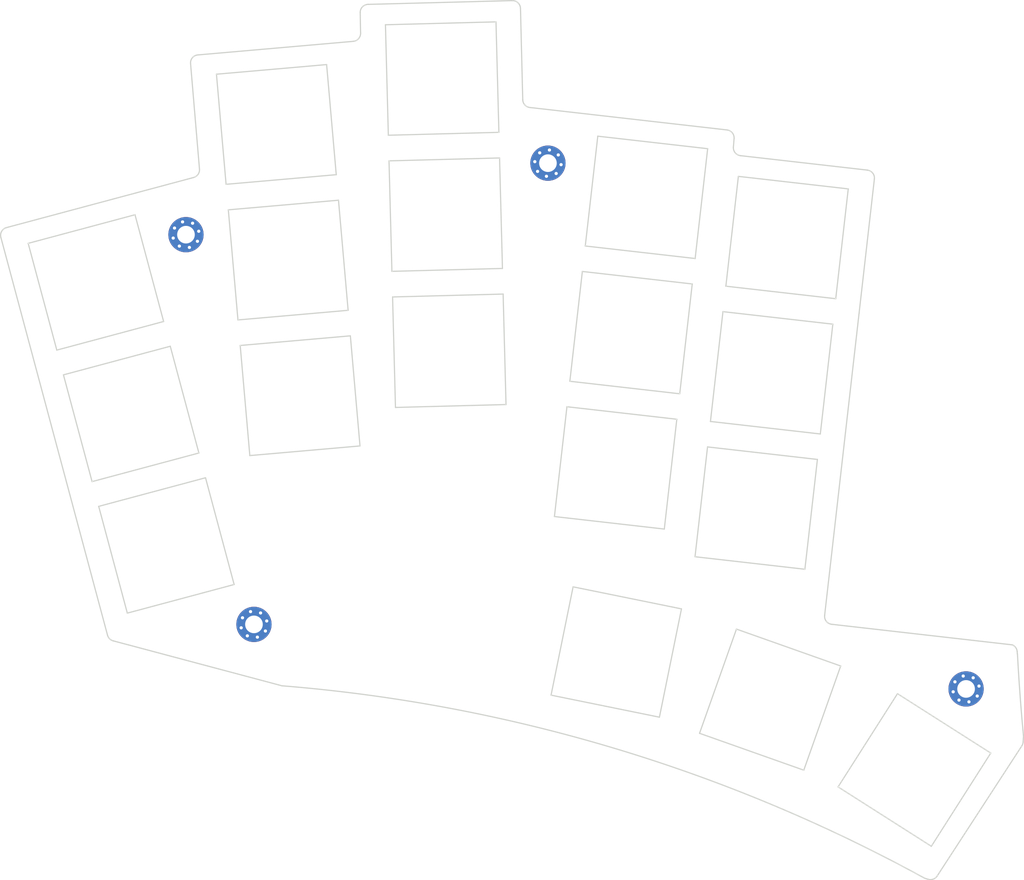
<source format=kicad_pcb>
(kicad_pcb (version 20240108) (generator "pcbnew") (generator_version "8.0")
  (title_block (title "platepcb") (rev "v1.0.0") (company "Unknown"))
  (layers (0 "F.Cu" signal) (31 "B.Cu" signal) (34 "B.Paste" user) (35 "F.Paste" user) (36 "B.SilkS" user "B.Silkscreen") (37 "F.SilkS" user "F.Silkscreen") (38 "B.Mask" user) (39 "F.Mask" user) (44 "Edge.Cuts" user))
  (net 0 "")
  (footprint "MountingHole_2.2mm_M2_Pad_Via" (layer "F.Cu") (at 152.439998 111.196277 15)
    (property "Reference" "_1" (hide yes))
    (property "Value" "")
    (pad "1" thru_hole circle (at -1.65 -0.000001) (size 0.7 0.7) (drill 0.4) (layers "*.Cu" "*.Mask"))
    (pad "1" thru_hole circle (at -1.166726 -1.166726) (size 0.7 0.7) (drill 0.4) (layers "*.Cu" "*.Mask"))
    (pad "1" thru_hole circle (at -1.166726 1.166726) (size 0.7 0.7) (drill 0.4) (layers "*.Cu" "*.Mask"))
    (pad "1" thru_hole circle (at -0.000001 1.65) (size 0.7 0.7) (drill 0.4) (layers "*.Cu" "*.Mask"))
    (pad "1" thru_hole circle (at 0 0) (size 4.4 4.4) (drill 2.2) (layers "*.Cu" "*.Mask"))
    (pad "1" thru_hole circle (at 0.000001 -1.65) (size 0.7 0.7) (drill 0.4) (layers "*.Cu" "*.Mask"))
    (pad "1" thru_hole circle (at 1.166726 -1.166726) (size 0.7 0.7) (drill 0.4) (layers "*.Cu" "*.Mask"))
    (pad "1" thru_hole circle (at 1.166726 1.166726) (size 0.7 0.7) (drill 0.4) (layers "*.Cu" "*.Mask"))
    (pad "1" thru_hole circle (at 1.65 0.000001) (size 0.7 0.7) (drill 0.4) (layers "*.Cu" "*.Mask"))
  )
  (footprint "MountingHole_2.2mm_M2_Pad_Via" (layer "F.Cu") (at 160.923822 159.858632 15)
    (property "Reference" "_2" (hide yes))
    (property "Value" "")
    (pad "1" thru_hole circle (at -1.65 -0.000001) (size 0.7 0.7) (drill 0.4) (layers "*.Cu" "*.Mask"))
    (pad "1" thru_hole circle (at -1.166726 -1.166726) (size 0.7 0.7) (drill 0.4) (layers "*.Cu" "*.Mask"))
    (pad "1" thru_hole circle (at -1.166726 1.166726) (size 0.7 0.7) (drill 0.4) (layers "*.Cu" "*.Mask"))
    (pad "1" thru_hole circle (at -0.000001 1.65) (size 0.7 0.7) (drill 0.4) (layers "*.Cu" "*.Mask"))
    (pad "1" thru_hole circle (at 0 0) (size 4.4 4.4) (drill 2.2) (layers "*.Cu" "*.Mask"))
    (pad "1" thru_hole circle (at 0.000001 -1.65) (size 0.7 0.7) (drill 0.4) (layers "*.Cu" "*.Mask"))
    (pad "1" thru_hole circle (at 1.166726 -1.166726) (size 0.7 0.7) (drill 0.4) (layers "*.Cu" "*.Mask"))
    (pad "1" thru_hole circle (at 1.166726 1.166726) (size 0.7 0.7) (drill 0.4) (layers "*.Cu" "*.Mask"))
    (pad "1" thru_hole circle (at 1.65 0.000001) (size 0.7 0.7) (drill 0.4) (layers "*.Cu" "*.Mask"))
  )
  (footprint "MountingHole_2.2mm_M2_Pad_Via" (layer "F.Cu") (at 197.61012 102.267602 -6.5)
    (property "Reference" "_4" (hide yes))
    (property "Value" "")
    (pad "1" thru_hole circle (at -1.65 0) (size 0.7 0.7) (drill 0.4) (layers "*.Cu" "*.Mask"))
    (pad "1" thru_hole circle (at -1.166726 -1.166726) (size 0.7 0.7) (drill 0.4) (layers "*.Cu" "*.Mask"))
    (pad "1" thru_hole circle (at -1.166726 1.166726) (size 0.7 0.7) (drill 0.4) (layers "*.Cu" "*.Mask"))
    (pad "1" thru_hole circle (at 0 -1.65) (size 0.7 0.7) (drill 0.4) (layers "*.Cu" "*.Mask"))
    (pad "1" thru_hole circle (at 0 0) (size 4.4 4.4) (drill 2.2) (layers "*.Cu" "*.Mask"))
    (pad "1" thru_hole circle (at 0 1.65) (size 0.7 0.7) (drill 0.4) (layers "*.Cu" "*.Mask"))
    (pad "1" thru_hole circle (at 1.166726 -1.166726) (size 0.7 0.7) (drill 0.4) (layers "*.Cu" "*.Mask"))
    (pad "1" thru_hole circle (at 1.166726 1.166726) (size 0.7 0.7) (drill 0.4) (layers "*.Cu" "*.Mask"))
    (pad "1" thru_hole circle (at 1.65 0) (size 0.7 0.7) (drill 0.4) (layers "*.Cu" "*.Mask"))
  )
  (footprint "MountingHole_2.2mm_M2_Pad_Via" (layer "F.Cu") (at 249.791655 167.917876 57.5)
    (property "Reference" "_5" (hide yes))
    (property "Value" "")
    (pad "1" thru_hole circle (at -1.65 0) (size 0.7 0.7) (drill 0.4) (layers "*.Cu" "*.Mask"))
    (pad "1" thru_hole circle (at -1.166726 -1.166726) (size 0.7 0.7) (drill 0.4) (layers "*.Cu" "*.Mask"))
    (pad "1" thru_hole circle (at -1.166726 1.166726) (size 0.7 0.7) (drill 0.4) (layers "*.Cu" "*.Mask"))
    (pad "1" thru_hole circle (at 0 -1.65) (size 0.7 0.7) (drill 0.4) (layers "*.Cu" "*.Mask"))
    (pad "1" thru_hole circle (at 0 0) (size 4.4 4.4) (drill 2.2) (layers "*.Cu" "*.Mask"))
    (pad "1" thru_hole circle (at 0 1.65) (size 0.7 0.7) (drill 0.4) (layers "*.Cu" "*.Mask"))
    (pad "1" thru_hole circle (at 1.166726 -1.166726) (size 0.7 0.7) (drill 0.4) (layers "*.Cu" "*.Mask"))
    (pad "1" thru_hole circle (at 1.166726 1.166726) (size 0.7 0.7) (drill 0.4) (layers "*.Cu" "*.Mask"))
    (pad "1" thru_hole circle (at 1.65 0) (size 0.7 0.7) (drill 0.4) (layers "*.Cu" "*.Mask"))
  )
  (gr_line (start 221.375994 103.918588) (end 219.813789 117.62988) (stroke (width 0.15)) (layer "Edge.Cuts"))
  (gr_arc (start 174.230037 86.042817) (mid 173.973522 86.729735) (end 173.317354 87.056998) (stroke (width 0.15)) (layer "Edge.Cuts"))
  (gr_line (start 160.409105 138.778843) (end 174.156592 137.576094) (stroke (width 0.15)) (layer "Edge.Cuts"))
  (gr_arc (start 237.468115 103.135232) (mid 238.13752 103.50629) (end 238.348483 104.242008) (stroke (width 0.15)) (layer "Edge.Cuts"))
  (gr_line (start 203.83131 98.900215) (end 202.269106 112.611506) (stroke (width 0.15)) (layer "Edge.Cuts"))
  (gr_arc (start 143.358222 161.913418) (mid 142.909146 161.654722) (end 142.649871 161.205979) (stroke (width 0.15)) (layer "Edge.Cuts"))
  (gr_line (start 246.183791 191.275307) (end 256.747984 175.028757) (stroke (width 0.15)) (layer "Edge.Cuts"))
  (gr_line (start 178.222739 118.974263) (end 178.583981 132.769534) (stroke (width 0.15)) (layer "Edge.Cuts"))
  (gr_line (start 229.537541 178.063233) (end 234.144076 165.05478) (stroke (width 0.15)) (layer "Edge.Cuts"))
  (gr_line (start 214.055943 131.064432) (end 215.618147 117.353141) (stroke (width 0.15)) (layer "Edge.Cuts"))
  (gr_line (start 219.451539 120.80931) (end 217.889335 134.520601) (stroke (width 0.15)) (layer "Edge.Cuts"))
  (gr_line (start 191.934244 115.414118) (end 191.573002 101.618847) (stroke (width 0.15)) (layer "Edge.Cuts"))
  (gr_line (start 173.317354 87.056998) (end 153.921523 88.753913) (stroke (width 0.15)) (layer "Edge.Cuts"))
  (gr_line (start 171.193297 103.705474) (end 169.990548 89.957987) (stroke (width 0.15)) (layer "Edge.Cuts"))
  (gr_line (start 214.273943 157.92269) (end 200.750982 155.171412) (stroke (width 0.15)) (layer "Edge.Cuts"))
  (gr_arc (start 193.157822 81.970628) (mid 193.872859 82.24539) (end 194.183692 82.9455) (stroke (width 0.15)) (layer "Edge.Cuts"))
  (gr_line (start 212.131488 147.955154) (end 213.693692 134.243862) (stroke (width 0.15)) (layer "Edge.Cuts"))
  (gr_line (start 192.01801 118.613021) (end 178.222739 118.974263) (stroke (width 0.15)) (layer "Edge.Cuts"))
  (gr_line (start 233.162831 122.371514) (end 219.451539 120.80931) (stroke (width 0.15)) (layer "Edge.Cuts"))
  (gr_line (start 137.149337 128.700224) (end 140.721039 142.030001) (stroke (width 0.15)) (layer "Edge.Cuts"))
  (gr_line (start 213.693692 134.243862) (end 199.982401 132.681658) (stroke (width 0.15)) (layer "Edge.Cuts"))
  (gr_line (start 178.138973 115.77536) (end 191.934244 115.414118) (stroke (width 0.15)) (layer "Edge.Cuts"))
  (gr_line (start 245.456093 187.565341) (end 252.870828 175.926539) (stroke (width 0.15)) (layer "Edge.Cuts"))
  (gr_line (start 231.600626 136.082806) (end 233.162831 122.371514) (stroke (width 0.15)) (layer "Edge.Cuts"))
  (gr_line (start 236.42441 121.12938) (end 236.441009 120.983693) (stroke (width 0.15)) (layer "Edge.Cuts"))
  (gr_line (start 201.906855 115.790936) (end 200.344651 129.502228) (stroke (width 0.15)) (layer "Edge.Cuts"))
  (gr_line (start 244.595665 191.540981) (end 245.042179 191.683084) (stroke (width 0.15)) (layer "Edge.Cuts"))
  (gr_line (start 154.879037 141.54926) (end 141.54926 145.120963) (stroke (width 0.15)) (layer "Edge.Cuts"))
  (gr_line (start 216.529088 173.456698) (end 229.537541 178.063233) (stroke (width 0.15)) (layer "Edge.Cuts"))
  (gr_line (start 252.870828 175.926539) (end 241.232026 168.511805) (stroke (width 0.15)) (layer "Edge.Cuts"))
  (gr_line (start 220.754166 100.257979) (end 220.839587 99.194181) (stroke (width 0.15)) (layer "Edge.Cuts"))
  (gr_line (start 215.96488 151.411323) (end 229.676172 152.973527) (stroke (width 0.15)) (layer "Edge.Cuts"))
  (gr_line (start 145.120963 158.45074) (end 158.45074 154.879037) (stroke (width 0.15)) (layer "Edge.Cuts"))
  (gr_line (start 221.135623 160.448246) (end 216.529088 173.456698) (stroke (width 0.15)) (layer "Edge.Cuts"))
  (gr_line (start 153.012232 89.834334) (end 154.125721 103.007497) (stroke (width 0.15)) (layer "Edge.Cuts"))
  (gr_line (start 193.157822 81.970628) (end 175.157227 82.44199) (stroke (width 0.15)) (layer "Edge.Cuts"))
  (gr_line (start 215.980397 114.173711) (end 217.542602 100.462419) (stroke (width 0.15)) (layer "Edge.Cuts"))
  (gr_line (start 200.750982 155.171412) (end 197.999705 168.694373) (stroke (width 0.15)) (layer "Edge.Cuts"))
  (gr_arc (start 255.570771 162.415574) (mid 255.98112 162.746582) (end 256.166101 163.240276) (stroke (width 0.15)) (layer "Edge.Cuts"))
  (gr_line (start 143.358222 161.913418) (end 164.410522 167.52532) (stroke (width 0.15)) (layer "Edge.Cuts"))
  (gr_line (start 200.344651 129.502228) (end 214.055943 131.064432) (stroke (width 0.15)) (layer "Edge.Cuts"))
  (gr_line (start 171.472196 106.893297) (end 157.724709 108.096046) (stroke (width 0.15)) (layer "Edge.Cuts"))
  (gr_line (start 156.243061 91.160736) (end 157.44581 104.908223) (stroke (width 0.15)) (layer "Edge.Cuts"))
  (gr_line (start 136.321116 125.609262) (end 149.650892 122.037559) (stroke (width 0.15)) (layer "Edge.Cuts"))
  (gr_arc (start 153.012232 89.834335) (mid 153.24358 89.106195) (end 153.921523 88.753913) (stroke (width 0.15)) (layer "Edge.Cuts"))
  (gr_line (start 150.479113 125.128521) (end 137.149337 128.700224) (stroke (width 0.15)) (layer "Edge.Cuts"))
  (gr_line (start 197.999705 168.694373) (end 211.522666 171.445651) (stroke (width 0.15)) (layer "Edge.Cuts"))
  (gr_line (start 233.817291 180.150607) (end 245.456093 187.565341) (stroke (width 0.15)) (layer "Edge.Cuts"))
  (gr_line (start 215.618147 117.353141) (end 201.906855 115.790936) (stroke (width 0.15)) (layer "Edge.Cuts"))
  (gr_line (start 157.724709 108.096046) (end 158.927458 121.843533) (stroke (width 0.15)) (layer "Edge.Cuts"))
  (gr_line (start 241.232026 168.511805) (end 233.817291 180.150607) (stroke (width 0.15)) (layer "Edge.Cuts"))
  (gr_line (start 192.379252 132.408292) (end 192.01801 118.613021) (stroke (width 0.15)) (layer "Edge.Cuts"))
  (gr_line (start 217.542602 100.462419) (end 203.83131 98.900215) (stroke (width 0.15)) (layer "Edge.Cuts"))
  (gr_line (start 158.927458 121.843533) (end 172.674945 120.640784) (stroke (width 0.15)) (layer "Edge.Cuts"))
  (gr_line (start 202.269106 112.611506) (end 215.980397 114.173711) (stroke (width 0.15)) (layer "Edge.Cuts"))
  (gr_line (start 169.990548 89.957987) (end 156.243061 91.160736) (stroke (width 0.15)) (layer "Edge.Cuts"))
  (gr_line (start 129.340932 111.536343) (end 142.649871 161.205979) (stroke (width 0.15)) (layer "Edge.Cuts"))
  (gr_line (start 158.45074 154.879037) (end 154.879037 141.54926) (stroke (width 0.15)) (layer "Edge.Cuts"))
  (gr_line (start 199.982401 132.681658) (end 198.420196 146.392949) (stroke (width 0.15)) (layer "Edge.Cuts"))
  (gr_line (start 219.955998 98.12057) (end 195.352905 95.317401) (stroke (width 0.15)) (layer "Edge.Cuts"))
  (gr_line (start 174.183565 83.459635) (end 174.230037 86.042816) (stroke (width 0.15)) (layer "Edge.Cuts"))
  (gr_line (start 153.388093 104.057649) (end 130.048039 110.311598) (stroke (width 0.15)) (layer "Edge.Cuts"))
  (gr_arc (start 256.204263 163.590875) (mid 256.194915 163.537427) (end 256.188481 163.48355) (stroke (width 0.15)) (layer "Edge.Cuts"))
  (gr_line (start 172.674945 120.640784) (end 171.472196 106.893297) (stroke (width 0.15)) (layer "Edge.Cuts"))
  (gr_arc (start 164.410522 167.52532) (mid 205.773541 175.291292) (end 244.595665 191.540981) (stroke (width 0.15)) (layer "Edge.Cuts"))
  (gr_line (start 256.907288 174.552065) (end 256.958016 173.812593) (stroke (width 0.15)) (layer "Edge.Cuts"))
  (gr_line (start 235.087285 105.480793) (end 221.375994 103.918588) (stroke (width 0.15)) (layer "Edge.Cuts"))
  (gr_arc (start 195.352905 95.317401) (mid 194.728361 94.998906) (end 194.466415 94.348615) (stroke (width 0.15)) (layer "Edge.Cuts"))
  (gr_line (start 178.583981 132.769534) (end 192.379252 132.408292) (stroke (width 0.15)) (layer "Edge.Cuts"))
  (gr_line (start 211.522666 171.445651) (end 214.273943 157.92269) (stroke (width 0.15)) (layer "Edge.Cuts"))
  (gr_line (start 172.953843 123.828607) (end 159.206356 125.031356) (stroke (width 0.15)) (layer "Edge.Cuts"))
  (gr_line (start 146.079189 108.707782) (end 132.749413 112.279485) (stroke (width 0.15)) (layer "Edge.Cuts"))
  (gr_line (start 154.050816 138.458298) (end 150.479113 125.128521) (stroke (width 0.15)) (layer "Edge.Cuts"))
  (gr_line (start 233.525081 119.192084) (end 235.087285 105.480793) (stroke (width 0.15)) (layer "Edge.Cuts"))
  (gr_line (start 234.144076 165.05478) (end 221.135623 160.448246) (stroke (width 0.15)) (layer "Edge.Cuts"))
  (gr_line (start 194.466415 94.348615) (end 194.183692 82.9455) (stroke (width 0.15)) (layer "Edge.Cuts"))
  (gr_arc (start 154.12572 103.007497) (mid 153.947582 103.666503) (end 153.388093 104.057649) (stroke (width 0.15)) (layer "Edge.Cuts"))
  (gr_arc (start 219.955998 98.12057) (mid 220.614923 98.478675) (end 220.839587 99.194181) (stroke (width 0.15)) (layer "Edge.Cuts"))
  (gr_line (start 132.749413 112.279485) (end 136.321116 125.609262) (stroke (width 0.15)) (layer "Edge.Cuts"))
  (gr_line (start 191.489236 98.419943) (end 191.127994 84.624672) (stroke (width 0.15)) (layer "Edge.Cuts"))
  (gr_arc (start 221.637754 101.331591) (mid 220.978829 100.973485) (end 220.754166 100.257979) (stroke (width 0.15)) (layer "Edge.Cuts"))
  (gr_line (start 217.527085 137.700031) (end 215.96488 151.411323) (stroke (width 0.15)) (layer "Edge.Cuts"))
  (gr_line (start 159.206356 125.031356) (end 160.409105 138.778843) (stroke (width 0.15)) (layer "Edge.Cuts"))
  (gr_line (start 231.238376 139.262236) (end 217.527085 137.700031) (stroke (width 0.15)) (layer "Edge.Cuts"))
  (gr_arc (start 256.907288 174.552065) (mid 256.858073 174.800583) (end 256.747984 175.028757) (stroke (width 0.15)) (layer "Edge.Cuts"))
  (gr_line (start 157.44581 104.908223) (end 171.193297 103.705474) (stroke (width 0.15)) (layer "Edge.Cuts"))
  (gr_line (start 191.127994 84.624672) (end 177.332723 84.985914) (stroke (width 0.15)) (layer "Edge.Cuts"))
  (gr_line (start 140.721039 142.030001) (end 154.050816 138.458298) (stroke (width 0.15)) (layer "Edge.Cuts"))
  (gr_line (start 233.019656 159.846199) (end 255.570771 162.415574) (stroke (width 0.15)) (layer "Edge.Cuts"))
  (gr_line (start 191.573002 101.618847) (end 177.777731 101.980089) (stroke (width 0.15)) (layer "Edge.Cuts"))
  (gr_line (start 174.156592 137.576094) (end 172.953843 123.828607) (stroke (width 0.15)) (layer "Edge.Cuts"))
  (gr_arc (start 174.183564 83.459634) (mid 174.460854 82.750327) (end 175.157227 82.44199) (stroke (width 0.15)) (layer "Edge.Cuts"))
  (gr_arc (start 246.183791 191.275307) (mid 245.681819 191.671903) (end 245.042179 191.683084) (stroke (width 0.15)) (layer "Edge.Cuts"))
  (gr_line (start 256.166101 163.240276) (end 256.188481 163.48355) (stroke (width 0.15)) (layer "Edge.Cuts"))
  (gr_line (start 141.54926 145.120963) (end 145.120963 158.45074) (stroke (width 0.15)) (layer "Edge.Cuts"))
  (gr_line (start 177.332723 84.985914) (end 177.693965 98.781185) (stroke (width 0.15)) (layer "Edge.Cuts"))
  (gr_line (start 149.650892 122.037559) (end 146.079189 108.707782) (stroke (width 0.15)) (layer "Edge.Cuts"))
  (gr_line (start 236.441009 120.983693) (end 238.348483 104.242008) (stroke (width 0.15)) (layer "Edge.Cuts"))
  (gr_arc (start 233.019656 159.846199) (mid 232.350251 159.475142) (end 232.139287 158.739424) (stroke (width 0.15)) (layer "Edge.Cuts"))
  (gr_line (start 229.676172 152.973527) (end 231.238376 139.262236) (stroke (width 0.15)) (layer "Edge.Cuts"))
  (gr_line (start 236.42441 121.12938) (end 232.139287 158.739424) (stroke (width 0.15)) (layer "Edge.Cuts"))
  (gr_line (start 177.693965 98.781185) (end 191.489236 98.419943) (stroke (width 0.15)) (layer "Edge.Cuts"))
  (gr_line (start 198.420196 146.392949) (end 212.131488 147.955154) (stroke (width 0.15)) (layer "Edge.Cuts"))
  (gr_line (start 219.813789 117.62988) (end 233.525081 119.192084) (stroke (width 0.15)) (layer "Edge.Cuts"))
  (gr_arc (start 129.340932 111.536343) (mid 129.440833 110.777524) (end 130.048039 110.311598) (stroke (width 0.15)) (layer "Edge.Cuts"))
  (gr_line (start 217.889335 134.520601) (end 231.600626 136.082806) (stroke (width 0.15)) (layer "Edge.Cuts"))
  (gr_arc (start 256.958016 173.812592) (mid 256.528751 168.705596) (end 256.204264 163.590874) (stroke (width 0.15)) (layer "Edge.Cuts"))
  (gr_line (start 177.777731 101.980089) (end 178.138973 115.77536) (stroke (width 0.15)) (layer "Edge.Cuts"))
  (gr_line (start 237.468114 103.135232) (end 221.637755 101.331591) (stroke (width 0.15)) (layer "Edge.Cuts"))
)
</source>
